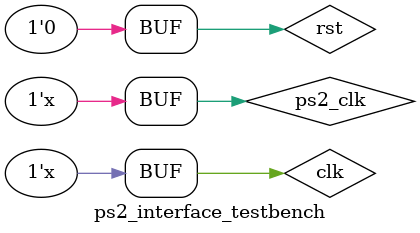
<source format=v>
`timescale 1ns / 1ps


module ps2_interface_testbench;

	// Inputs
	reg ps2_clk;
	wire ps2_data;
	reg clk;
	reg rst;
	reg ack;

	// Outputs
	wire [7:0] dataout;
	wire valid_data;

	// Instantiate the Unit Under Test (UUT)
	ps2_interface uut (
		.ps2_clk(ps2_clk), 
		.ps2_data(ps2_data), 
		.clk(clk), 
		.rst(rst), 
		.dataout(dataout), 
		.valid_data(valid_data),
		.ack(ack)
	);

	initial begin
		// Initialize Inputs
		ps2_clk = 0;
		clk = 0;
		rst = 1;
		ack = 0;
		
		#200 rst = 0;
	end
	
	always #10
      clk = ~clk;
		
	always #200
		ps2_clk <= ~ps2_clk;

	//reg [15:0] data = 16'b1110_1010_1010_0111;
	reg [10:0] data = 11'b0_0111_0101_01;
	always @ (posedge ps2_clk)
		if (~rst)
			data <= {data[0], data[10:1]};
		
	assign	ps2_data = data[0];
	
	always@ (posedge valid_data)
	begin
		#101
			ack = 1;
		#20
			ack = 0;
	end	
	
endmodule

</source>
